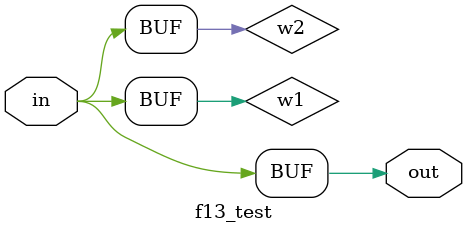
<source format=v>
module f13_test(input in, output out);
wire w1, w2;
assign w1 = in;
assign w2 = w1;
assign out = w2;
endmodule
</source>
